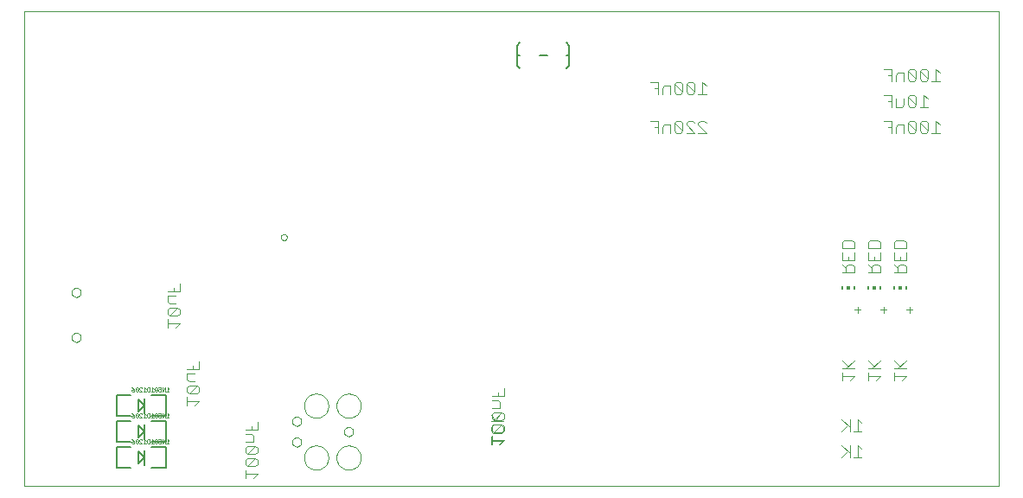
<source format=gbo>
G75*
%MOIN*%
%OFA0B0*%
%FSLAX24Y24*%
%IPPOS*%
%LPD*%
%AMOC8*
5,1,8,0,0,1.08239X$1,22.5*
%
%ADD10C,0.0000*%
%ADD11C,0.0040*%
%ADD12C,0.0080*%
%ADD13C,0.0010*%
%ADD14C,0.0030*%
%ADD15R,0.0059X0.0118*%
%ADD16R,0.0118X0.0118*%
D10*
X003100Y000100D02*
X003100Y018396D01*
X040670Y018396D01*
X040670Y000100D01*
X003100Y000100D01*
X004923Y005834D02*
X004925Y005860D01*
X004931Y005886D01*
X004941Y005911D01*
X004954Y005934D01*
X004970Y005954D01*
X004990Y005972D01*
X005012Y005987D01*
X005035Y005999D01*
X005061Y006007D01*
X005087Y006011D01*
X005113Y006011D01*
X005139Y006007D01*
X005165Y005999D01*
X005189Y005987D01*
X005210Y005972D01*
X005230Y005954D01*
X005246Y005934D01*
X005259Y005911D01*
X005269Y005886D01*
X005275Y005860D01*
X005277Y005834D01*
X005275Y005808D01*
X005269Y005782D01*
X005259Y005757D01*
X005246Y005734D01*
X005230Y005714D01*
X005210Y005696D01*
X005188Y005681D01*
X005165Y005669D01*
X005139Y005661D01*
X005113Y005657D01*
X005087Y005657D01*
X005061Y005661D01*
X005035Y005669D01*
X005011Y005681D01*
X004990Y005696D01*
X004970Y005714D01*
X004954Y005734D01*
X004941Y005757D01*
X004931Y005782D01*
X004925Y005808D01*
X004923Y005834D01*
X004923Y007566D02*
X004925Y007592D01*
X004931Y007618D01*
X004941Y007643D01*
X004954Y007666D01*
X004970Y007686D01*
X004990Y007704D01*
X005012Y007719D01*
X005035Y007731D01*
X005061Y007739D01*
X005087Y007743D01*
X005113Y007743D01*
X005139Y007739D01*
X005165Y007731D01*
X005189Y007719D01*
X005210Y007704D01*
X005230Y007686D01*
X005246Y007666D01*
X005259Y007643D01*
X005269Y007618D01*
X005275Y007592D01*
X005277Y007566D01*
X005275Y007540D01*
X005269Y007514D01*
X005259Y007489D01*
X005246Y007466D01*
X005230Y007446D01*
X005210Y007428D01*
X005188Y007413D01*
X005165Y007401D01*
X005139Y007393D01*
X005113Y007389D01*
X005087Y007389D01*
X005061Y007393D01*
X005035Y007401D01*
X005011Y007413D01*
X004990Y007428D01*
X004970Y007446D01*
X004954Y007466D01*
X004941Y007489D01*
X004931Y007514D01*
X004925Y007540D01*
X004923Y007566D01*
X012982Y009700D02*
X012984Y009721D01*
X012990Y009741D01*
X012999Y009761D01*
X013011Y009778D01*
X013026Y009792D01*
X013044Y009804D01*
X013064Y009812D01*
X013084Y009817D01*
X013105Y009818D01*
X013126Y009815D01*
X013146Y009809D01*
X013165Y009798D01*
X013182Y009785D01*
X013195Y009769D01*
X013206Y009751D01*
X013214Y009731D01*
X013218Y009711D01*
X013218Y009689D01*
X013214Y009669D01*
X013206Y009649D01*
X013195Y009631D01*
X013182Y009615D01*
X013165Y009602D01*
X013146Y009591D01*
X013126Y009585D01*
X013105Y009582D01*
X013084Y009583D01*
X013064Y009588D01*
X013044Y009596D01*
X013026Y009608D01*
X013011Y009622D01*
X012999Y009639D01*
X012990Y009659D01*
X012984Y009679D01*
X012982Y009700D01*
X013883Y003200D02*
X013885Y003243D01*
X013891Y003286D01*
X013901Y003328D01*
X013915Y003369D01*
X013932Y003408D01*
X013953Y003446D01*
X013977Y003481D01*
X014005Y003515D01*
X014035Y003545D01*
X014069Y003573D01*
X014104Y003597D01*
X014142Y003618D01*
X014181Y003635D01*
X014222Y003649D01*
X014264Y003659D01*
X014307Y003665D01*
X014350Y003667D01*
X014393Y003665D01*
X014436Y003659D01*
X014478Y003649D01*
X014519Y003635D01*
X014558Y003618D01*
X014596Y003597D01*
X014631Y003573D01*
X014665Y003545D01*
X014695Y003515D01*
X014723Y003481D01*
X014747Y003446D01*
X014768Y003408D01*
X014785Y003369D01*
X014799Y003328D01*
X014809Y003286D01*
X014815Y003243D01*
X014817Y003200D01*
X014815Y003157D01*
X014809Y003114D01*
X014799Y003072D01*
X014785Y003031D01*
X014768Y002992D01*
X014747Y002954D01*
X014723Y002919D01*
X014695Y002885D01*
X014665Y002855D01*
X014631Y002827D01*
X014596Y002803D01*
X014558Y002782D01*
X014519Y002765D01*
X014478Y002751D01*
X014436Y002741D01*
X014393Y002735D01*
X014350Y002733D01*
X014307Y002735D01*
X014264Y002741D01*
X014222Y002751D01*
X014181Y002765D01*
X014142Y002782D01*
X014104Y002803D01*
X014069Y002827D01*
X014035Y002855D01*
X014005Y002885D01*
X013977Y002919D01*
X013953Y002954D01*
X013932Y002992D01*
X013915Y003031D01*
X013901Y003072D01*
X013891Y003114D01*
X013885Y003157D01*
X013883Y003200D01*
X013425Y002600D02*
X013427Y002626D01*
X013433Y002652D01*
X013442Y002676D01*
X013455Y002699D01*
X013472Y002719D01*
X013491Y002737D01*
X013513Y002752D01*
X013536Y002763D01*
X013561Y002771D01*
X013587Y002775D01*
X013613Y002775D01*
X013639Y002771D01*
X013664Y002763D01*
X013688Y002752D01*
X013709Y002737D01*
X013728Y002719D01*
X013745Y002699D01*
X013758Y002676D01*
X013767Y002652D01*
X013773Y002626D01*
X013775Y002600D01*
X013773Y002574D01*
X013767Y002548D01*
X013758Y002524D01*
X013745Y002501D01*
X013728Y002481D01*
X013709Y002463D01*
X013687Y002448D01*
X013664Y002437D01*
X013639Y002429D01*
X013613Y002425D01*
X013587Y002425D01*
X013561Y002429D01*
X013536Y002437D01*
X013512Y002448D01*
X013491Y002463D01*
X013472Y002481D01*
X013455Y002501D01*
X013442Y002524D01*
X013433Y002548D01*
X013427Y002574D01*
X013425Y002600D01*
X013425Y001800D02*
X013427Y001826D01*
X013433Y001852D01*
X013442Y001876D01*
X013455Y001899D01*
X013472Y001919D01*
X013491Y001937D01*
X013513Y001952D01*
X013536Y001963D01*
X013561Y001971D01*
X013587Y001975D01*
X013613Y001975D01*
X013639Y001971D01*
X013664Y001963D01*
X013688Y001952D01*
X013709Y001937D01*
X013728Y001919D01*
X013745Y001899D01*
X013758Y001876D01*
X013767Y001852D01*
X013773Y001826D01*
X013775Y001800D01*
X013773Y001774D01*
X013767Y001748D01*
X013758Y001724D01*
X013745Y001701D01*
X013728Y001681D01*
X013709Y001663D01*
X013687Y001648D01*
X013664Y001637D01*
X013639Y001629D01*
X013613Y001625D01*
X013587Y001625D01*
X013561Y001629D01*
X013536Y001637D01*
X013512Y001648D01*
X013491Y001663D01*
X013472Y001681D01*
X013455Y001701D01*
X013442Y001724D01*
X013433Y001748D01*
X013427Y001774D01*
X013425Y001800D01*
X013883Y001200D02*
X013885Y001243D01*
X013891Y001286D01*
X013901Y001328D01*
X013915Y001369D01*
X013932Y001408D01*
X013953Y001446D01*
X013977Y001481D01*
X014005Y001515D01*
X014035Y001545D01*
X014069Y001573D01*
X014104Y001597D01*
X014142Y001618D01*
X014181Y001635D01*
X014222Y001649D01*
X014264Y001659D01*
X014307Y001665D01*
X014350Y001667D01*
X014393Y001665D01*
X014436Y001659D01*
X014478Y001649D01*
X014519Y001635D01*
X014558Y001618D01*
X014596Y001597D01*
X014631Y001573D01*
X014665Y001545D01*
X014695Y001515D01*
X014723Y001481D01*
X014747Y001446D01*
X014768Y001408D01*
X014785Y001369D01*
X014799Y001328D01*
X014809Y001286D01*
X014815Y001243D01*
X014817Y001200D01*
X014815Y001157D01*
X014809Y001114D01*
X014799Y001072D01*
X014785Y001031D01*
X014768Y000992D01*
X014747Y000954D01*
X014723Y000919D01*
X014695Y000885D01*
X014665Y000855D01*
X014631Y000827D01*
X014596Y000803D01*
X014558Y000782D01*
X014519Y000765D01*
X014478Y000751D01*
X014436Y000741D01*
X014393Y000735D01*
X014350Y000733D01*
X014307Y000735D01*
X014264Y000741D01*
X014222Y000751D01*
X014181Y000765D01*
X014142Y000782D01*
X014104Y000803D01*
X014069Y000827D01*
X014035Y000855D01*
X014005Y000885D01*
X013977Y000919D01*
X013953Y000954D01*
X013932Y000992D01*
X013915Y001031D01*
X013901Y001072D01*
X013891Y001114D01*
X013885Y001157D01*
X013883Y001200D01*
X015133Y001200D02*
X015135Y001243D01*
X015141Y001286D01*
X015151Y001328D01*
X015165Y001369D01*
X015182Y001408D01*
X015203Y001446D01*
X015227Y001481D01*
X015255Y001515D01*
X015285Y001545D01*
X015319Y001573D01*
X015354Y001597D01*
X015392Y001618D01*
X015431Y001635D01*
X015472Y001649D01*
X015514Y001659D01*
X015557Y001665D01*
X015600Y001667D01*
X015643Y001665D01*
X015686Y001659D01*
X015728Y001649D01*
X015769Y001635D01*
X015808Y001618D01*
X015846Y001597D01*
X015881Y001573D01*
X015915Y001545D01*
X015945Y001515D01*
X015973Y001481D01*
X015997Y001446D01*
X016018Y001408D01*
X016035Y001369D01*
X016049Y001328D01*
X016059Y001286D01*
X016065Y001243D01*
X016067Y001200D01*
X016065Y001157D01*
X016059Y001114D01*
X016049Y001072D01*
X016035Y001031D01*
X016018Y000992D01*
X015997Y000954D01*
X015973Y000919D01*
X015945Y000885D01*
X015915Y000855D01*
X015881Y000827D01*
X015846Y000803D01*
X015808Y000782D01*
X015769Y000765D01*
X015728Y000751D01*
X015686Y000741D01*
X015643Y000735D01*
X015600Y000733D01*
X015557Y000735D01*
X015514Y000741D01*
X015472Y000751D01*
X015431Y000765D01*
X015392Y000782D01*
X015354Y000803D01*
X015319Y000827D01*
X015285Y000855D01*
X015255Y000885D01*
X015227Y000919D01*
X015203Y000954D01*
X015182Y000992D01*
X015165Y001031D01*
X015151Y001072D01*
X015141Y001114D01*
X015135Y001157D01*
X015133Y001200D01*
X015425Y002200D02*
X015427Y002226D01*
X015433Y002252D01*
X015442Y002276D01*
X015455Y002299D01*
X015472Y002319D01*
X015491Y002337D01*
X015513Y002352D01*
X015536Y002363D01*
X015561Y002371D01*
X015587Y002375D01*
X015613Y002375D01*
X015639Y002371D01*
X015664Y002363D01*
X015688Y002352D01*
X015709Y002337D01*
X015728Y002319D01*
X015745Y002299D01*
X015758Y002276D01*
X015767Y002252D01*
X015773Y002226D01*
X015775Y002200D01*
X015773Y002174D01*
X015767Y002148D01*
X015758Y002124D01*
X015745Y002101D01*
X015728Y002081D01*
X015709Y002063D01*
X015687Y002048D01*
X015664Y002037D01*
X015639Y002029D01*
X015613Y002025D01*
X015587Y002025D01*
X015561Y002029D01*
X015536Y002037D01*
X015512Y002048D01*
X015491Y002063D01*
X015472Y002081D01*
X015455Y002101D01*
X015442Y002124D01*
X015433Y002148D01*
X015427Y002174D01*
X015425Y002200D01*
X015133Y003200D02*
X015135Y003243D01*
X015141Y003286D01*
X015151Y003328D01*
X015165Y003369D01*
X015182Y003408D01*
X015203Y003446D01*
X015227Y003481D01*
X015255Y003515D01*
X015285Y003545D01*
X015319Y003573D01*
X015354Y003597D01*
X015392Y003618D01*
X015431Y003635D01*
X015472Y003649D01*
X015514Y003659D01*
X015557Y003665D01*
X015600Y003667D01*
X015643Y003665D01*
X015686Y003659D01*
X015728Y003649D01*
X015769Y003635D01*
X015808Y003618D01*
X015846Y003597D01*
X015881Y003573D01*
X015915Y003545D01*
X015945Y003515D01*
X015973Y003481D01*
X015997Y003446D01*
X016018Y003408D01*
X016035Y003369D01*
X016049Y003328D01*
X016059Y003286D01*
X016065Y003243D01*
X016067Y003200D01*
X016065Y003157D01*
X016059Y003114D01*
X016049Y003072D01*
X016035Y003031D01*
X016018Y002992D01*
X015997Y002954D01*
X015973Y002919D01*
X015945Y002885D01*
X015915Y002855D01*
X015881Y002827D01*
X015846Y002803D01*
X015808Y002782D01*
X015769Y002765D01*
X015728Y002751D01*
X015686Y002741D01*
X015643Y002735D01*
X015600Y002733D01*
X015557Y002735D01*
X015514Y002741D01*
X015472Y002751D01*
X015431Y002765D01*
X015392Y002782D01*
X015354Y002803D01*
X015319Y002827D01*
X015285Y002855D01*
X015255Y002885D01*
X015227Y002919D01*
X015203Y002954D01*
X015182Y002992D01*
X015165Y003031D01*
X015151Y003072D01*
X015141Y003114D01*
X015135Y003157D01*
X015133Y003200D01*
D11*
X012080Y002567D02*
X012080Y002260D01*
X011620Y002260D01*
X011620Y002106D02*
X011850Y002106D01*
X011927Y002029D01*
X011927Y001799D01*
X011620Y001799D01*
X011697Y001646D02*
X011620Y001569D01*
X011620Y001416D01*
X011697Y001339D01*
X012004Y001646D01*
X011697Y001646D01*
X012004Y001646D02*
X012080Y001569D01*
X012080Y001416D01*
X012004Y001339D01*
X011697Y001339D01*
X011697Y001185D02*
X011620Y001109D01*
X011620Y000955D01*
X011697Y000878D01*
X012004Y001185D01*
X011697Y001185D01*
X011697Y000878D02*
X012004Y000878D01*
X012080Y000955D01*
X012080Y001109D01*
X012004Y001185D01*
X011620Y000725D02*
X011620Y000418D01*
X011620Y000571D02*
X012080Y000571D01*
X011927Y000418D01*
X011850Y002260D02*
X011850Y002413D01*
X009830Y003373D02*
X009370Y003373D01*
X009370Y003220D02*
X009370Y003527D01*
X009447Y003680D02*
X009754Y003987D01*
X009447Y003987D01*
X009370Y003911D01*
X009370Y003757D01*
X009447Y003680D01*
X009754Y003680D01*
X009830Y003757D01*
X009830Y003911D01*
X009754Y003987D01*
X009677Y004141D02*
X009447Y004141D01*
X009370Y004218D01*
X009370Y004448D01*
X009677Y004448D01*
X009600Y004601D02*
X009600Y004755D01*
X009830Y004601D02*
X009830Y004908D01*
X009830Y004601D02*
X009370Y004601D01*
X009830Y003373D02*
X009677Y003220D01*
X008927Y006220D02*
X009080Y006373D01*
X008620Y006373D01*
X008620Y006220D02*
X008620Y006527D01*
X008697Y006680D02*
X008620Y006757D01*
X008620Y006911D01*
X008697Y006987D01*
X009004Y006987D01*
X008697Y006680D01*
X009004Y006680D01*
X009080Y006757D01*
X009080Y006911D01*
X009004Y006987D01*
X008927Y007141D02*
X008697Y007141D01*
X008620Y007218D01*
X008620Y007448D01*
X008927Y007448D01*
X008850Y007601D02*
X008850Y007755D01*
X009080Y007601D02*
X009080Y007908D01*
X009080Y007601D02*
X008620Y007601D01*
X021120Y003562D02*
X021580Y003562D01*
X021580Y003868D01*
X021350Y003715D02*
X021350Y003562D01*
X021350Y003408D02*
X021120Y003408D01*
X021350Y003408D02*
X021427Y003331D01*
X021427Y003101D01*
X021120Y003101D01*
X021197Y002948D02*
X021120Y002871D01*
X021120Y002718D01*
X021197Y002641D01*
X021504Y002948D01*
X021197Y002948D01*
X021095Y002846D02*
X021248Y002616D01*
X021402Y002846D01*
X021504Y002948D02*
X021580Y002871D01*
X021580Y002718D01*
X021504Y002641D01*
X021197Y002641D01*
X021095Y002616D02*
X021555Y002616D01*
X021504Y002487D02*
X021197Y002180D01*
X021120Y002257D01*
X021120Y002411D01*
X021197Y002487D01*
X021504Y002487D01*
X021580Y002411D01*
X021580Y002257D01*
X021504Y002180D01*
X021197Y002180D01*
X021172Y002155D02*
X021479Y002462D01*
X021172Y002462D01*
X021095Y002386D01*
X021095Y002232D01*
X021172Y002155D01*
X021479Y002155D01*
X021555Y002232D01*
X021555Y002386D01*
X021479Y002462D01*
X021120Y002027D02*
X021120Y001720D01*
X021095Y001695D02*
X021095Y002002D01*
X021120Y001873D02*
X021580Y001873D01*
X021427Y001720D01*
X021402Y001695D02*
X021555Y001848D01*
X021095Y001848D01*
X034608Y001680D02*
X034915Y001373D01*
X034839Y001450D02*
X034608Y001220D01*
X034915Y001220D02*
X034915Y001680D01*
X035222Y001680D02*
X035222Y001220D01*
X035069Y001220D02*
X035376Y001220D01*
X035376Y001527D02*
X035222Y001680D01*
X035222Y002220D02*
X035222Y002680D01*
X035376Y002527D01*
X035376Y002220D02*
X035069Y002220D01*
X034915Y002220D02*
X034915Y002680D01*
X034839Y002450D02*
X034608Y002220D01*
X034915Y002373D02*
X034608Y002680D01*
X034620Y004174D02*
X034620Y004481D01*
X034620Y004328D02*
X035080Y004328D01*
X034927Y004174D01*
X035080Y004635D02*
X034620Y004635D01*
X034773Y004635D02*
X035080Y004942D01*
X034850Y004711D02*
X034620Y004942D01*
X035620Y004942D02*
X035850Y004711D01*
X035773Y004635D02*
X036080Y004942D01*
X036080Y004635D02*
X035620Y004635D01*
X035620Y004481D02*
X035620Y004174D01*
X035620Y004328D02*
X036080Y004328D01*
X035927Y004174D01*
X036620Y004174D02*
X036620Y004481D01*
X036620Y004328D02*
X037080Y004328D01*
X036927Y004174D01*
X037080Y004635D02*
X036620Y004635D01*
X036773Y004635D02*
X037080Y004942D01*
X036850Y004711D02*
X036620Y004942D01*
X036620Y008345D02*
X037080Y008345D01*
X037080Y008575D01*
X037004Y008652D01*
X036850Y008652D01*
X036773Y008575D01*
X036773Y008345D01*
X036773Y008498D02*
X036620Y008652D01*
X036620Y008805D02*
X036620Y009112D01*
X036620Y009266D02*
X036620Y009496D01*
X036697Y009573D01*
X037004Y009573D01*
X037080Y009496D01*
X037080Y009266D01*
X036620Y009266D01*
X036850Y008959D02*
X036850Y008805D01*
X037080Y008805D02*
X036620Y008805D01*
X037080Y008805D02*
X037080Y009112D01*
X036080Y009112D02*
X036080Y008805D01*
X035620Y008805D01*
X035620Y009112D01*
X035620Y009266D02*
X035620Y009496D01*
X035697Y009573D01*
X036004Y009573D01*
X036080Y009496D01*
X036080Y009266D01*
X035620Y009266D01*
X035850Y008959D02*
X035850Y008805D01*
X035850Y008652D02*
X035773Y008575D01*
X035773Y008345D01*
X035620Y008345D02*
X036080Y008345D01*
X036080Y008575D01*
X036004Y008652D01*
X035850Y008652D01*
X035773Y008498D02*
X035620Y008652D01*
X035080Y008575D02*
X035080Y008345D01*
X034620Y008345D01*
X034773Y008345D02*
X034773Y008575D01*
X034850Y008652D01*
X035004Y008652D01*
X035080Y008575D01*
X035080Y008805D02*
X034620Y008805D01*
X034620Y009112D01*
X034620Y009266D02*
X034620Y009496D01*
X034697Y009573D01*
X035004Y009573D01*
X035080Y009496D01*
X035080Y009266D01*
X034620Y009266D01*
X034850Y008959D02*
X034850Y008805D01*
X035080Y008805D02*
X035080Y009112D01*
X034620Y008652D02*
X034773Y008498D01*
X036540Y013720D02*
X036540Y014180D01*
X036233Y014180D01*
X036387Y013950D02*
X036540Y013950D01*
X036694Y013950D02*
X036694Y013720D01*
X036694Y013950D02*
X036771Y014027D01*
X037001Y014027D01*
X037001Y013720D01*
X037154Y013797D02*
X037154Y014104D01*
X037461Y013797D01*
X037384Y013720D01*
X037231Y013720D01*
X037154Y013797D01*
X037154Y014104D02*
X037231Y014180D01*
X037384Y014180D01*
X037461Y014104D01*
X037461Y013797D01*
X037615Y013797D02*
X037615Y014104D01*
X037922Y013797D01*
X037845Y013720D01*
X037691Y013720D01*
X037615Y013797D01*
X037922Y013797D02*
X037922Y014104D01*
X037845Y014180D01*
X037691Y014180D01*
X037615Y014104D01*
X038075Y013720D02*
X038382Y013720D01*
X038229Y013720D02*
X038229Y014180D01*
X038382Y014027D01*
X037922Y014720D02*
X037615Y014720D01*
X037768Y014720D02*
X037768Y015180D01*
X037922Y015027D01*
X037461Y015104D02*
X037461Y014797D01*
X037154Y015104D01*
X037154Y014797D01*
X037231Y014720D01*
X037384Y014720D01*
X037461Y014797D01*
X037461Y015104D02*
X037384Y015180D01*
X037231Y015180D01*
X037154Y015104D01*
X037001Y015027D02*
X037001Y014797D01*
X036924Y014720D01*
X036694Y014720D01*
X036694Y015027D01*
X036540Y014950D02*
X036387Y014950D01*
X036540Y014720D02*
X036540Y015180D01*
X036233Y015180D01*
X036540Y015720D02*
X036540Y016180D01*
X036233Y016180D01*
X036387Y015950D02*
X036540Y015950D01*
X036694Y015950D02*
X036694Y015720D01*
X036694Y015950D02*
X036771Y016027D01*
X037001Y016027D01*
X037001Y015720D01*
X037154Y015797D02*
X037154Y016104D01*
X037461Y015797D01*
X037384Y015720D01*
X037231Y015720D01*
X037154Y015797D01*
X037154Y016104D02*
X037231Y016180D01*
X037384Y016180D01*
X037461Y016104D01*
X037461Y015797D01*
X037615Y015797D02*
X037615Y016104D01*
X037922Y015797D01*
X037845Y015720D01*
X037691Y015720D01*
X037615Y015797D01*
X037922Y015797D02*
X037922Y016104D01*
X037845Y016180D01*
X037691Y016180D01*
X037615Y016104D01*
X038075Y015720D02*
X038382Y015720D01*
X038229Y015720D02*
X038229Y016180D01*
X038382Y016027D01*
X029382Y015527D02*
X029229Y015680D01*
X029229Y015220D01*
X029382Y015220D02*
X029075Y015220D01*
X028922Y015297D02*
X028615Y015604D01*
X028615Y015297D01*
X028691Y015220D01*
X028845Y015220D01*
X028922Y015297D01*
X028922Y015604D01*
X028845Y015680D01*
X028691Y015680D01*
X028615Y015604D01*
X028461Y015604D02*
X028384Y015680D01*
X028231Y015680D01*
X028154Y015604D01*
X028461Y015297D01*
X028384Y015220D01*
X028231Y015220D01*
X028154Y015297D01*
X028154Y015604D01*
X028001Y015527D02*
X027771Y015527D01*
X027694Y015450D01*
X027694Y015220D01*
X027540Y015220D02*
X027540Y015680D01*
X027233Y015680D01*
X027387Y015450D02*
X027540Y015450D01*
X028001Y015527D02*
X028001Y015220D01*
X028461Y015297D02*
X028461Y015604D01*
X028384Y014180D02*
X028231Y014180D01*
X028154Y014104D01*
X028461Y013797D01*
X028384Y013720D01*
X028231Y013720D01*
X028154Y013797D01*
X028154Y014104D01*
X028001Y014027D02*
X027771Y014027D01*
X027694Y013950D01*
X027694Y013720D01*
X027540Y013720D02*
X027540Y014180D01*
X027233Y014180D01*
X027387Y013950D02*
X027540Y013950D01*
X028001Y014027D02*
X028001Y013720D01*
X028461Y013797D02*
X028461Y014104D01*
X028384Y014180D01*
X028615Y014104D02*
X028691Y014180D01*
X028845Y014180D01*
X028922Y014104D01*
X029075Y014104D02*
X029152Y014180D01*
X029305Y014180D01*
X029382Y014104D01*
X029075Y014104D02*
X029075Y014027D01*
X029382Y013720D01*
X029075Y013720D01*
X028922Y013720D02*
X028615Y014027D01*
X028615Y014104D01*
X028615Y013720D02*
X028922Y013720D01*
D12*
X024100Y016310D02*
X023990Y016200D01*
X024100Y016310D02*
X024100Y016700D01*
X024100Y017090D01*
X023990Y017200D01*
X024000Y016700D02*
X024100Y016700D01*
X023250Y016700D02*
X022950Y016700D01*
X022200Y016700D02*
X022100Y016700D01*
X022100Y017090D01*
X022210Y017200D01*
X022100Y016700D02*
X022100Y016310D01*
X022210Y016200D01*
X008545Y003594D02*
X007994Y003594D01*
X007718Y003476D02*
X007718Y003200D01*
X007482Y003436D01*
X007482Y002964D01*
X007718Y003200D01*
X007718Y002924D01*
X007994Y002806D02*
X008545Y002806D01*
X008545Y003594D01*
X008545Y002594D02*
X007994Y002594D01*
X007718Y002476D02*
X007718Y002200D01*
X007482Y002436D01*
X007482Y001964D01*
X007718Y002200D01*
X007718Y001924D01*
X007994Y001806D02*
X008545Y001806D01*
X008545Y002594D01*
X008545Y001594D02*
X007994Y001594D01*
X007718Y001476D02*
X007718Y001200D01*
X007482Y001436D01*
X007482Y000964D01*
X007718Y001200D01*
X007718Y000924D01*
X007994Y000806D02*
X008545Y000806D01*
X008545Y001594D01*
X007206Y001594D02*
X006655Y001594D01*
X006655Y000806D01*
X007206Y000806D01*
X007206Y001806D02*
X006655Y001806D01*
X006655Y002594D01*
X007206Y002594D01*
X007206Y002806D02*
X006655Y002806D01*
X006655Y003594D01*
X007206Y003594D01*
D13*
X007267Y003745D02*
X007242Y003770D01*
X007242Y003795D01*
X007267Y003820D01*
X007342Y003820D01*
X007342Y003770D01*
X007317Y003745D01*
X007267Y003745D01*
X007342Y003820D02*
X007292Y003870D01*
X007242Y003895D01*
X007390Y003870D02*
X007490Y003770D01*
X007465Y003745D01*
X007415Y003745D01*
X007390Y003770D01*
X007390Y003870D01*
X007415Y003895D01*
X007465Y003895D01*
X007490Y003870D01*
X007490Y003770D01*
X007537Y003745D02*
X007637Y003745D01*
X007537Y003845D01*
X007537Y003870D01*
X007562Y003895D01*
X007612Y003895D01*
X007637Y003870D01*
X007734Y003895D02*
X007734Y003745D01*
X007784Y003745D02*
X007684Y003745D01*
X007784Y003845D02*
X007734Y003895D01*
X007832Y003870D02*
X007857Y003895D01*
X007932Y003895D01*
X007932Y003745D01*
X007857Y003745D01*
X007832Y003770D01*
X007832Y003870D01*
X007979Y003745D02*
X008079Y003745D01*
X008029Y003745D02*
X008029Y003895D01*
X008079Y003845D01*
X008126Y003845D02*
X008151Y003820D01*
X008201Y003820D01*
X008226Y003845D01*
X008226Y003870D01*
X008201Y003895D01*
X008151Y003895D01*
X008126Y003870D01*
X008126Y003845D01*
X008151Y003820D02*
X008126Y003795D01*
X008126Y003770D01*
X008151Y003745D01*
X008201Y003745D01*
X008226Y003770D01*
X008226Y003795D01*
X008201Y003820D01*
X008274Y003820D02*
X008274Y003770D01*
X008299Y003745D01*
X008349Y003745D01*
X008374Y003770D01*
X008374Y003820D02*
X008324Y003845D01*
X008299Y003845D01*
X008274Y003820D01*
X008274Y003895D02*
X008374Y003895D01*
X008374Y003820D01*
X008421Y003745D02*
X008421Y003895D01*
X008521Y003895D02*
X008421Y003745D01*
X008521Y003745D02*
X008521Y003895D01*
X008618Y003895D02*
X008618Y003745D01*
X008668Y003745D02*
X008568Y003745D01*
X008668Y003845D02*
X008618Y003895D01*
X008618Y002895D02*
X008618Y002745D01*
X008668Y002745D02*
X008568Y002745D01*
X008521Y002745D02*
X008521Y002895D01*
X008421Y002745D01*
X008421Y002895D01*
X008374Y002895D02*
X008374Y002820D01*
X008324Y002845D01*
X008299Y002845D01*
X008274Y002820D01*
X008274Y002770D01*
X008299Y002745D01*
X008349Y002745D01*
X008374Y002770D01*
X008374Y002895D02*
X008274Y002895D01*
X008226Y002870D02*
X008226Y002845D01*
X008201Y002820D01*
X008151Y002820D01*
X008126Y002795D01*
X008126Y002770D01*
X008151Y002745D01*
X008201Y002745D01*
X008226Y002770D01*
X008226Y002795D01*
X008201Y002820D01*
X008151Y002820D02*
X008126Y002845D01*
X008126Y002870D01*
X008151Y002895D01*
X008201Y002895D01*
X008226Y002870D01*
X008079Y002845D02*
X008029Y002895D01*
X008029Y002745D01*
X008079Y002745D02*
X007979Y002745D01*
X007932Y002745D02*
X007857Y002745D01*
X007832Y002770D01*
X007832Y002870D01*
X007857Y002895D01*
X007932Y002895D01*
X007932Y002745D01*
X007784Y002745D02*
X007684Y002745D01*
X007637Y002745D02*
X007537Y002845D01*
X007537Y002870D01*
X007562Y002895D01*
X007612Y002895D01*
X007637Y002870D01*
X007734Y002895D02*
X007734Y002745D01*
X007637Y002745D02*
X007537Y002745D01*
X007490Y002770D02*
X007390Y002870D01*
X007390Y002770D01*
X007415Y002745D01*
X007465Y002745D01*
X007490Y002770D01*
X007490Y002870D01*
X007465Y002895D01*
X007415Y002895D01*
X007390Y002870D01*
X007342Y002820D02*
X007267Y002820D01*
X007242Y002795D01*
X007242Y002770D01*
X007267Y002745D01*
X007317Y002745D01*
X007342Y002770D01*
X007342Y002820D01*
X007292Y002870D01*
X007242Y002895D01*
X007734Y002895D02*
X007784Y002845D01*
X008618Y002895D02*
X008668Y002845D01*
X008618Y001895D02*
X008618Y001745D01*
X008668Y001745D02*
X008568Y001745D01*
X008521Y001745D02*
X008521Y001895D01*
X008421Y001745D01*
X008421Y001895D01*
X008374Y001895D02*
X008374Y001820D01*
X008324Y001845D01*
X008299Y001845D01*
X008274Y001820D01*
X008274Y001770D01*
X008299Y001745D01*
X008349Y001745D01*
X008374Y001770D01*
X008374Y001895D02*
X008274Y001895D01*
X008226Y001870D02*
X008226Y001845D01*
X008201Y001820D01*
X008151Y001820D01*
X008126Y001795D01*
X008126Y001770D01*
X008151Y001745D01*
X008201Y001745D01*
X008226Y001770D01*
X008226Y001795D01*
X008201Y001820D01*
X008151Y001820D02*
X008126Y001845D01*
X008126Y001870D01*
X008151Y001895D01*
X008201Y001895D01*
X008226Y001870D01*
X008079Y001845D02*
X008029Y001895D01*
X008029Y001745D01*
X008079Y001745D02*
X007979Y001745D01*
X007932Y001745D02*
X007857Y001745D01*
X007832Y001770D01*
X007832Y001870D01*
X007857Y001895D01*
X007932Y001895D01*
X007932Y001745D01*
X007784Y001745D02*
X007684Y001745D01*
X007637Y001745D02*
X007537Y001845D01*
X007537Y001870D01*
X007562Y001895D01*
X007612Y001895D01*
X007637Y001870D01*
X007734Y001895D02*
X007734Y001745D01*
X007637Y001745D02*
X007537Y001745D01*
X007490Y001770D02*
X007390Y001870D01*
X007390Y001770D01*
X007415Y001745D01*
X007465Y001745D01*
X007490Y001770D01*
X007490Y001870D01*
X007465Y001895D01*
X007415Y001895D01*
X007390Y001870D01*
X007342Y001820D02*
X007267Y001820D01*
X007242Y001795D01*
X007242Y001770D01*
X007267Y001745D01*
X007317Y001745D01*
X007342Y001770D01*
X007342Y001820D01*
X007292Y001870D01*
X007242Y001895D01*
X007734Y001895D02*
X007784Y001845D01*
X008618Y001895D02*
X008668Y001845D01*
D14*
X035088Y006900D02*
X035335Y006900D01*
X035212Y006777D02*
X035212Y007024D01*
X036088Y006900D02*
X036335Y006900D01*
X036212Y006777D02*
X036212Y007024D01*
X037088Y006900D02*
X037335Y006900D01*
X037212Y006777D02*
X037212Y007024D01*
D15*
X037086Y007759D03*
X036614Y007759D03*
X036086Y007759D03*
X035614Y007759D03*
X035086Y007759D03*
X034614Y007759D03*
D16*
X034850Y007759D03*
X035850Y007759D03*
X036850Y007759D03*
M02*

</source>
